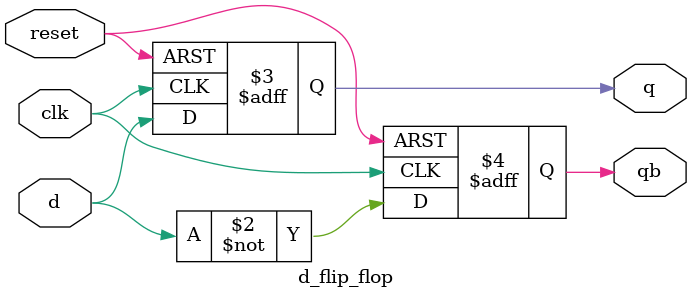
<source format=v>
module d_flip_flop(input d,input clk, input reset,output reg q, output reg qb);
always @(posedge clk or posedge reset)
    begin
        if (reset)
        begin
            q = 1'b0; 
            qb= 1'b1; 
        end
        else
        begin
            q=d; 
            qb=~q; 
        end
    end
endmodule
</source>
